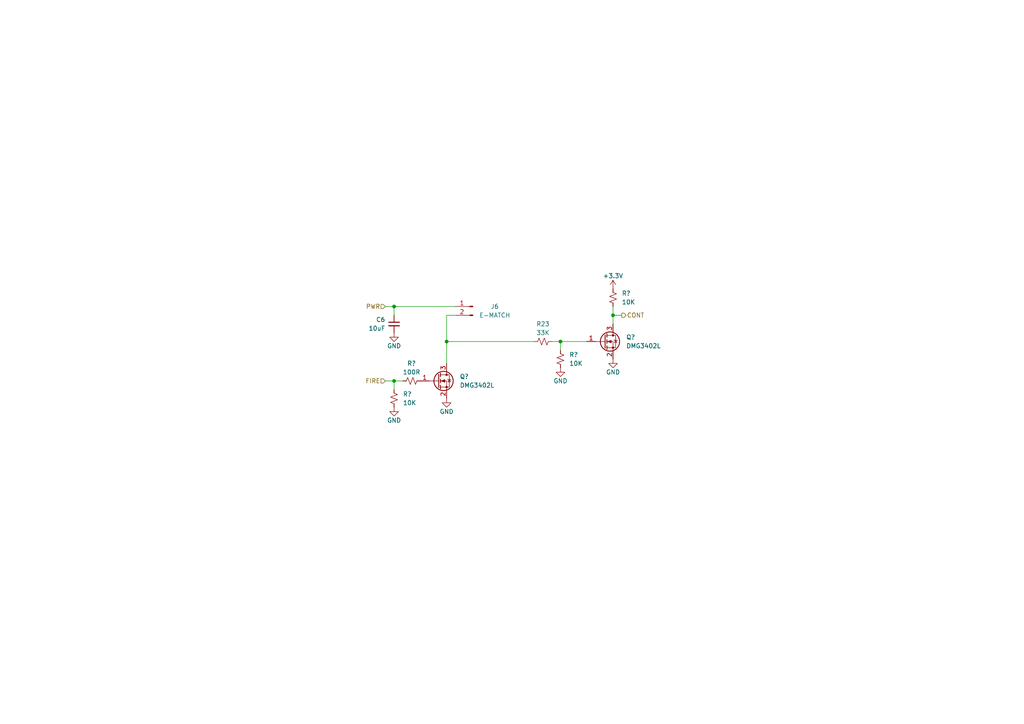
<source format=kicad_sch>
(kicad_sch (version 20230121) (generator eeschema)
  (paper "A4")
  (lib_symbols
    (symbol "Connector:Conn_01x02_Pin" (pin_names (offset 1.016) hide)
      (property "Reference" "J" (at 0 2.54 0))
      (property "Value" "Conn_01x02_Pin" (at 0 -5.08 0))
      (symbol "Conn_01x02_Pin_1_1"
        (polyline (pts (xy 1.27 -2.54) (xy 0.8636 -2.54)) (stroke (width 0.1524)))
        (polyline (pts (xy 1.27 0) (xy 0.8636 0)) (stroke (width 0.1524)))
        (rectangle (start 0.8636 -2.413) (end 0 -2.667) (stroke (width 0.1524)) (fill (type outline)))
        (rectangle (start 0.8636 0.127) (end 0 -0.127) (stroke (width 0.1524)) (fill (type outline)))
        (pin passive line (at 5.08 0 180) (length 3.81) (name "Pin_1") (number "1"))
        (pin passive line (at 5.08 -2.54 180) (length 3.81) (name "Pin_2") (number "2"))
      )
    )
    (symbol "Device:C_Small" (pin_numbers hide) (pin_names (offset 0.254) hide)
      (property "Reference" "C" (at 0.254 1.778 0))
      (property "Value" "C_Small" (at 0.254 -2.032 0))
      (symbol "C_Small_0_1"
        (polyline (pts (xy -1.524 -0.508) (xy 1.524 -0.508)) (stroke (width 0.3302)))
        (polyline (pts (xy -1.524 0.508) (xy 1.524 0.508)) (stroke (width 0.3048)))
      )
      (symbol "C_Small_1_1"
        (pin passive line (at 0 2.54 270) (length 2.032) (name "~") (number "1"))
        (pin passive line (at 0 -2.54 90) (length 2.032) (name "~") (number "2"))
      )
    )
    (symbol "Device:Q_NMOS_GSD" (pin_names (offset 0) hide)
      (property "Reference" "Q" (at 5.08 1.27 0))
      (property "Value" "Q_NMOS_GSD" (at 5.08 -1.27 0))
      (symbol "Q_NMOS_GSD_0_1"
        (polyline (pts (xy 0.254 0) (xy -2.54 0)))
        (polyline (pts (xy 0.254 1.905) (xy 0.254 -1.905)) (stroke (width 0.254)))
        (polyline (pts (xy 0.762 -1.27) (xy 0.762 -2.286)) (stroke (width 0.254)))
        (polyline (pts (xy 0.762 0.508) (xy 0.762 -0.508)) (stroke (width 0.254)))
        (polyline (pts (xy 0.762 2.286) (xy 0.762 1.27)) (stroke (width 0.254)))
        (polyline (pts (xy 2.54 2.54) (xy 2.54 1.778)))
        (polyline (pts (xy 2.54 -2.54) (xy 2.54 0) (xy 0.762 0)))
        (polyline (pts (xy 0.762 -1.778) (xy 3.302 -1.778) (xy 3.302 1.778) (xy 0.762 1.778)))
        (polyline (pts (xy 1.016 0) (xy 2.032 0.381) (xy 2.032 -0.381) (xy 1.016 0)) (fill (type outline)))
        (polyline (pts (xy 2.794 0.508) (xy 2.921 0.381) (xy 3.683 0.381) (xy 3.81 0.254)))
        (polyline (pts (xy 3.302 0.381) (xy 2.921 -0.254) (xy 3.683 -0.254) (xy 3.302 0.381)))
        (circle (center 1.651 0) (radius 2.794) (stroke (width 0.254)))
        (circle (center 2.54 -1.778) (radius 0.254) (fill (type outline)))
        (circle (center 2.54 1.778) (radius 0.254) (fill (type outline)))
      )
      (symbol "Q_NMOS_GSD_1_1"
        (pin input line (at -5.08 0 0) (length 2.54) (name "G") (number "1"))
        (pin passive line (at 2.54 -5.08 90) (length 2.54) (name "S") (number "2"))
        (pin passive line (at 2.54 5.08 270) (length 2.54) (name "D") (number "3"))
      )
    )
    (symbol "Device:R_Small_US" (pin_numbers hide) (pin_names (offset 0.254) hide)
      (property "Reference" "R" (at 0.762 0.508 0))
      (property "Value" "R_Small_US" (at 0.762 -1.016 0))
      (symbol "R_Small_US_1_1"
        (polyline (pts (xy 0 0) (xy 1.016 -0.381) (xy 0 -0.762) (xy -1.016 -1.143) (xy 0 -1.524)))
        (polyline (pts (xy 0 1.524) (xy 1.016 1.143) (xy 0 0.762) (xy -1.016 0.381) (xy 0 0)))
        (pin passive line (at 0 2.54 270) (length 1.016) (name "~") (number "1"))
        (pin passive line (at 0 -2.54 90) (length 1.016) (name "~") (number "2"))
      )
    )
    (symbol "power:+3.3V" (power) (pin_names (offset 0))
      (property "Value" "+3.3V" (at 0 3.556 0))
      (symbol "+3.3V_0_1"
        (polyline (pts (xy -0.762 1.27) (xy 0 2.54)))
        (polyline (pts (xy 0 0) (xy 0 2.54)))
        (polyline (pts (xy 0 2.54) (xy 0.762 1.27)))
      )
      (symbol "+3.3V_1_1"
        (pin power_in line (at 0 0 90) (length 0) hide (name "+3.3V") (number "1"))
      )
    )
    (symbol "power:GND" (power) (pin_names (offset 0))
      (property "Value" "GND" (at 0 -3.81 0))
      (symbol "GND_0_1"
        (polyline (pts (xy 0 0) (xy 0 -1.27) (xy 1.27 -1.27) (xy 0 -2.54) (xy -1.27 -1.27) (xy 0 -1.27)))
      )
      (symbol "GND_1_1"
        (pin power_in line (at 0 0 270) (length 0) hide (name "GND") (number "1"))
      )
    )
  )
  (junction (at 114.3 88.9))
  (junction (at 129.54 99.06))
  (junction (at 177.8 91.44))
  (junction (at 114.3 110.49))
  (junction (at 162.56 99.06))
  (wire (pts (xy 132.08 91.44) (xy 129.54 91.44)))
  (wire (pts (xy 129.54 91.44) (xy 129.54 99.06)))
  (wire (pts (xy 132.08 88.9) (xy 114.3 88.9)))
  (wire (pts (xy 162.56 99.06) (xy 170.18 99.06)))
  (wire (pts (xy 162.56 99.06) (xy 162.56 101.6)))
  (wire (pts (xy 111.76 110.49) (xy 114.3 110.49)))
  (wire (pts (xy 114.3 88.9) (xy 114.3 91.44)))
  (wire (pts (xy 116.84 110.49) (xy 114.3 110.49)))
  (wire (pts (xy 114.3 110.49) (xy 114.3 113.03)))
  (wire (pts (xy 114.3 88.9) (xy 111.76 88.9)))
  (wire (pts (xy 177.8 91.44) (xy 180.34 91.44)))
  (wire (pts (xy 160.02 99.06) (xy 162.56 99.06)))
  (wire (pts (xy 177.8 88.9) (xy 177.8 91.44)))
  (wire (pts (xy 129.54 99.06) (xy 154.94 99.06)))
  (wire (pts (xy 177.8 91.44) (xy 177.8 93.98)))
  (wire (pts (xy 129.54 99.06) (xy 129.54 105.41)))
  (hierarchical_label "PWR" (shape input) (at 111.76 88.9 180))
  (hierarchical_label "FIRE" (shape input) (at 111.76 110.49 180))
  (hierarchical_label "CONT" (shape output) (at 180.34 91.44 0))
  (symbol (lib_id "Device:R_Small_US") (at 114.3 115.57 180) (unit 1)
    (property "Reference" "R?" (at 116.84 114.3 0) (effects (justify right)))
    (property "Value" "10K" (at 116.84 116.84 0) (effects (justify right)))
    (property "Footprint" "Resistor_SMD:R_0402_1005Metric" (effects hide))
    (property "Manufacturer" "Generic" (effects hide))
    (property "Part #" "Generic 10K 1% 0402 Resistor" (effects hide))
    (instances (project "rocket2-gse" (path "" (reference "R?") (unit 1)) (path "" (reference "R17") (unit 1)) (path "" (reference "R21") (unit 1)) (path "" (reference "R26") (unit 1))))
  )
  (symbol (lib_id "Device:R_Small_US") (at 162.56 104.14 180) (unit 1)
    (property "Reference" "R?" (at 165.1 102.87 0) (effects (justify right)))
    (property "Value" "10K" (at 165.1 105.41 0) (effects (justify right)))
    (property "Footprint" "Resistor_SMD:R_0402_1005Metric" (effects hide))
    (property "Manufacturer" "Generic" (effects hide))
    (property "Part #" "Generic 10K 1% 0402 Resistor" (effects hide))
    (instances (project "rocket2-gse" (path "" (reference "R?") (unit 1)) (path "" (reference "R17") (unit 1)) (path "" (reference "R24") (unit 1)) (path "" (reference "R29") (unit 1))))
  )
  (symbol (lib_id "power:+3.3V") (at 177.8 83.82 0) (unit 1)
    (property "Reference" "#PWR043" (effects hide))
    (property "Value" "+3.3V" (at 177.8 80.01 0))
    (instances (project "rocket2-gse" (path "" (reference "#PWR043") (unit 1)) (path "" (reference "#PWR070") (unit 1)) (path "" (reference "#PWR075") (unit 1))))
  )
  (symbol (lib_id "Device:Q_NMOS_GSD") (at 127 110.49 0) (unit 1)
    (property "Reference" "Q?" (at 133.35 109.22 0) (effects (justify left)))
    (property "Value" "DMG3402L" (at 133.35 111.76 0) (effects (justify left)))
    (property "Footprint" "Package_TO_SOT_SMD:SOT-23-3" (effects hide))
    (property "Datasheet" "https://www.diodes.com/assets/Datasheets/DMG3402L.pdf" (effects hide))
    (property "Manufacturer" "Diodes" (effects hide))
    (property "Part #" "DMG3402L" (effects hide))
    (instances (project "rocket2-gse" (path "" (reference "Q?") (unit 1)) (path "" (reference "Q3") (unit 1)) (path "" (reference "Q4") (unit 1)) (path "" (reference "Q6") (unit 1))))
  )
  (symbol (lib_id "Device:R_Small_US") (at 119.38 110.49 90) (unit 1)
    (property "Reference" "R?" (at 119.38 105.41 90))
    (property "Value" "100R" (at 119.38 107.95 90))
    (property "Footprint" "Resistor_SMD:R_0402_1005Metric" (effects hide))
    (property "Manufacturer" "Generic" (effects hide))
    (property "Part #" "Generic 100R 1% 0402 Resistor" (effects hide))
    (instances (project "rocket2-gse" (path "" (reference "R?") (unit 1)) (path "" (reference "R18") (unit 1)) (path "" (reference "R22") (unit 1)) (path "" (reference "R27") (unit 1))))
  )
  (symbol (lib_id "Device:Q_NMOS_GSD") (at 175.26 99.06 0) (unit 1)
    (property "Reference" "Q?" (at 181.61 97.79 0) (effects (justify left)))
    (property "Value" "DMG3402L" (at 181.61 100.33 0) (effects (justify left)))
    (property "Footprint" "Package_TO_SOT_SMD:SOT-23-3" (effects hide))
    (property "Datasheet" "https://www.diodes.com/assets/Datasheets/DMG3402L.pdf" (effects hide))
    (property "Manufacturer" "Diodes" (effects hide))
    (property "Part #" "DMG3402L" (effects hide))
    (instances (project "rocket2-gse" (path "" (reference "Q?") (unit 1)) (path "" (reference "Q3") (unit 1)) (path "" (reference "Q5") (unit 1)) (path "" (reference "Q7") (unit 1))))
  )
  (symbol (lib_id "Device:R_Small_US") (at 157.48 99.06 90) (unit 1)
    (property "Reference" "R23" (at 157.48 93.98 90))
    (property "Value" "33K" (at 157.48 96.52 90))
    (property "Footprint" "Resistor_SMD:R_0402_1005Metric" (effects hide))
    (property "Manufacturer" "Generic" (effects hide))
    (property "Part #" "Generic 33K 1% 0402 Resistor" (effects hide))
    (instances (project "rocket2-gse" (path "" (reference "R23") (unit 1)) (path "" (reference "R28") (unit 1))))
  )
  (symbol (lib_id "power:GND") (at 129.54 115.57 0) (unit 1)
    (property "Reference" "#PWR?" (effects hide))
    (property "Value" "GND" (at 129.54 119.38 0))
    (instances (project "rocket2-gse" (path "" (reference "#PWR?") (unit 1)) (path "" (reference "#PWR056") (unit 1)) (path "" (reference "#PWR067") (unit 1)) (path "" (reference "#PWR073") (unit 1))))
  )
  (symbol (lib_id "Device:C_Small") (at 114.3 93.98 0) (mirror y) (unit 1)
    (property "Reference" "C6" (at 111.76 92.71 0) (effects (justify left)))
    (property "Value" "10uF" (at 111.76 95.25 0) (effects (justify left)))
    (property "Footprint" "Capacitor_SMD:C_1206_3216Metric" (effects hide))
    (property "Manufacturer" "Generic" (effects hide))
    (property "Part #" "Generic 10uF 35V X5R 1206 MLCC" (effects hide))
    (instances (project "rocket2-gse" (path "" (reference "C6") (unit 1)) (path "" (reference "C16") (unit 1)) (path "" (reference "C17") (unit 1))))
  )
  (symbol (lib_id "power:GND") (at 114.3 96.52 0) (mirror y) (unit 1)
    (property "Reference" "#PWR014" (effects hide))
    (property "Value" "GND" (at 114.3 100.33 0))
    (instances (project "rocket2-gse" (path "" (reference "#PWR014") (unit 1)) (path "" (reference "#PWR065") (unit 1)) (path "" (reference "#PWR071") (unit 1))))
  )
  (symbol (lib_id "Connector:Conn_01x02_Pin") (at 137.16 88.9 0) (mirror y) (unit 1)
    (property "Reference" "J6" (at 143.51 88.9 0))
    (property "Value" "E-MATCH" (at 143.51 91.44 0))
    (property "Footprint" "TerminalBlock:TerminalBlock_bornier-2_P5.08mm" (effects hide))
    (instances (project "rocket2-gse" (path "" (reference "J6") (unit 1)) (path "" (reference "J7") (unit 1)) (path "" (reference "J8") (unit 1))))
  )
  (symbol (lib_id "power:GND") (at 177.8 104.14 0) (unit 1)
    (property "Reference" "#PWR?" (effects hide))
    (property "Value" "GND" (at 177.8 107.95 0))
    (instances (project "rocket2-gse" (path "" (reference "#PWR?") (unit 1)) (path "" (reference "#PWR056") (unit 1)) (path "" (reference "#PWR069") (unit 1)) (path "" (reference "#PWR076") (unit 1))))
  )
  (symbol (lib_id "power:GND") (at 114.3 118.11 0) (unit 1)
    (property "Reference" "#PWR?" (effects hide))
    (property "Value" "GND" (at 114.3 121.92 0))
    (instances (project "rocket2-gse" (path "" (reference "#PWR?") (unit 1)) (path "" (reference "#PWR056") (unit 1)) (path "" (reference "#PWR066") (unit 1)) (path "" (reference "#PWR072") (unit 1))))
  )
  (symbol (lib_id "Device:R_Small_US") (at 177.8 86.36 180) (unit 1)
    (property "Reference" "R?" (at 180.34 85.09 0) (effects (justify right)))
    (property "Value" "10K" (at 180.34 87.63 0) (effects (justify right)))
    (property "Footprint" "Resistor_SMD:R_0402_1005Metric" (effects hide))
    (property "Manufacturer" "Generic" (effects hide))
    (property "Part #" "Generic 10K 1% 0402 Resistor" (effects hide))
    (instances (project "rocket2-gse" (path "" (reference "R?") (unit 1)) (path "" (reference "R17") (unit 1)) (path "" (reference "R25") (unit 1)) (path "" (reference "R30") (unit 1))))
  )
  (symbol (lib_id "power:GND") (at 162.56 106.68 0) (unit 1)
    (property "Reference" "#PWR?" (effects hide))
    (property "Value" "GND" (at 162.56 110.49 0))
    (instances (project "rocket2-gse" (path "" (reference "#PWR?") (unit 1)) (path "" (reference "#PWR056") (unit 1)) (path "" (reference "#PWR068") (unit 1)) (path "" (reference "#PWR074") (unit 1))))
  )
)
</source>
